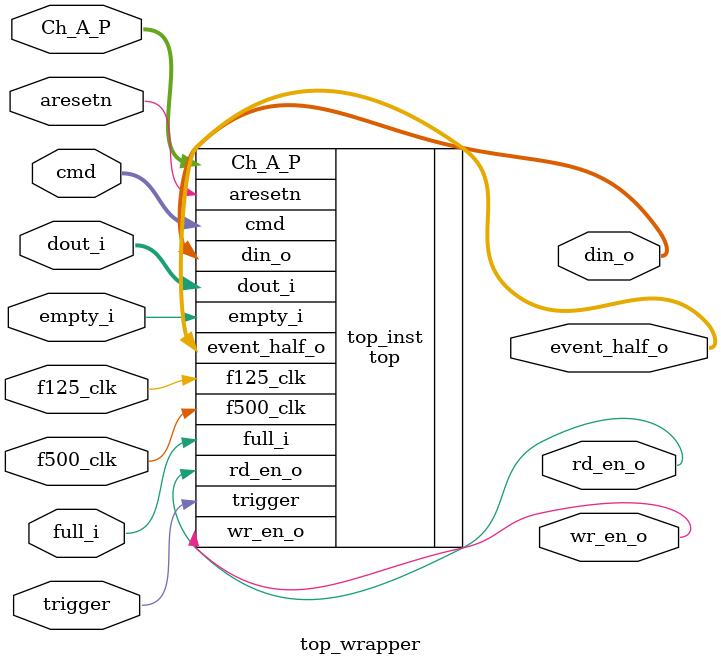
<source format=v>
`timescale 1ns / 1ps

// Create Date: 16.09.2020 16:34
// Design Name: sampler
// Module Name: sampler
// Project Name: muon-daq
// Target Devices: Trenz FPGA
// Tool Versions: Vivado 2019.1
// Description: Capture LVDS pulses at B16_L22 P & N, and emits them at 
//      B14_L13_P as TTL pulses after an arbitrary delay.
//     clk_in1: sys diff clk at 100MHz
//     B16_L22: diff input port
//     B13_L9: single ended output port
//     B15_IO0: empty buffer status led
//     B15_IO25: full buffer status led
//  Behavior: Captures a pulse saving it continuously in a FIFO buffer. At 
//      firt, during BUFFER clock cycles, the pulse is buffered. After that 
//      delay, it starts reading, emitting the FIFO content at the single 
//      endend output port.
// 
//////////////////////////////////////////////////////////////////////////////

module  top_wrapper(
            input   f500_clk,
            input   f125_clk,
            input   aresetn,
            input   trigger,
            input   [15:0] Ch_A_P,
            //input   [15:0] Ch_A_N,
            input   [7:0] cmd,
            input   [63:0] dout_i,
            input   empty_i,
            input   full_i,
            output  rd_en_o,            
            output  wr_en_o,
            output  [63:0] din_o,
            output  [31:0] event_half_o
        );

    top top_inst(
            .f500_clk(f500_clk),
            .f125_clk(f125_clk),
            .aresetn(aresetn),
            .trigger(trigger),
            .Ch_A_P(Ch_A_P[15:0]),
            //.Ch_A_N(Ch_A_N[15:0]),
            .cmd(cmd[7:0]),
            .dout_i(dout_i[63:0]),
            .empty_i(empty_i),
            .full_i(full_i),
            .rd_en_o(rd_en_o),            
            .wr_en_o(wr_en_o),
            .din_o(din_o[63:0]),
            .event_half_o(event_half_o[31:0])
        );
    

endmodule
</source>
